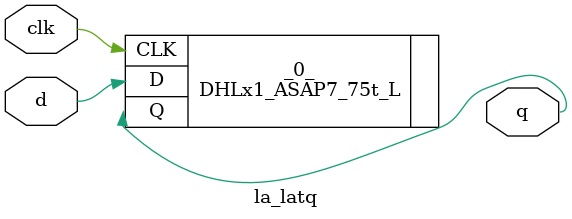
<source format=v>

/* Generated by Yosys 0.44 (git sha1 80ba43d26, g++ 11.4.0-1ubuntu1~22.04 -fPIC -O3) */

(* top =  1  *)
(* src = "inputs/la_latq.v:10.1-20.10" *)
module la_latq (
    d,
    clk,
    q
);
  (* src = "inputs/la_latq.v:14.16-14.19" *)
  input clk;
  wire clk;
  (* src = "inputs/la_latq.v:13.16-13.17" *)
  input d;
  wire d;
  (* src = "inputs/la_latq.v:15.16-15.17" *)
  output q;
  wire q;
  (* module_not_derived = 32'b00000000000000000000000000000001 *)
      (* src = "inputs/la_latq.v:18.5-18.40|/home/pgadfort/.sc/cache/lambdapdk-v0.1.33/lambdapdk/asap7/libs/asap7sc7p5t_lvt/techmap/yosys/cells_latch.v:2.23-6.10" *)
  DHLx1_ASAP7_75t_L _0_ (
      .CLK(clk),
      .D  (d),
      .Q  (q)
  );
endmodule

</source>
